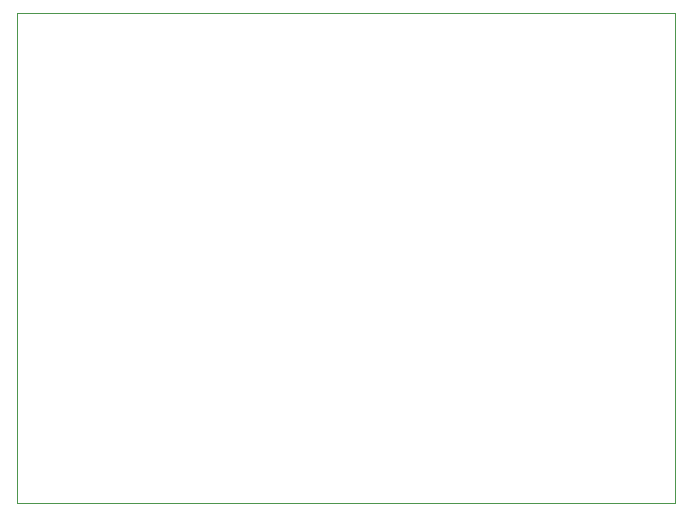
<source format=gbr>
%TF.GenerationSoftware,KiCad,Pcbnew,6.0.2+dfsg-1*%
%TF.CreationDate,2023-02-24T13:33:51-05:00*%
%TF.ProjectId,Register,52656769-7374-4657-922e-6b696361645f,rev?*%
%TF.SameCoordinates,Original*%
%TF.FileFunction,Profile,NP*%
%FSLAX46Y46*%
G04 Gerber Fmt 4.6, Leading zero omitted, Abs format (unit mm)*
G04 Created by KiCad (PCBNEW 6.0.2+dfsg-1) date 2023-02-24 13:33:51*
%MOMM*%
%LPD*%
G01*
G04 APERTURE LIST*
%TA.AperFunction,Profile*%
%ADD10C,0.100000*%
%TD*%
G04 APERTURE END LIST*
D10*
X32230000Y-53490000D02*
X87960000Y-53490000D01*
X87960000Y-53490000D02*
X87960000Y-94990000D01*
X87960000Y-94990000D02*
X32230000Y-94990000D01*
X32230000Y-94990000D02*
X32230000Y-53490000D01*
M02*

</source>
